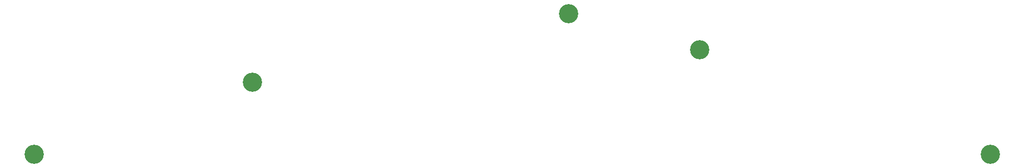
<source format=gbs>
G04 #@! TF.GenerationSoftware,KiCad,Pcbnew,(5.1.7)-1*
G04 #@! TF.CreationDate,2022-11-29T22:14:09+01:00*
G04 #@! TF.ProjectId,LED-Mounting-Tool,4c45442d-4d6f-4756-9e74-696e672d546f,rev?*
G04 #@! TF.SameCoordinates,Original*
G04 #@! TF.FileFunction,Soldermask,Bot*
G04 #@! TF.FilePolarity,Negative*
%FSLAX46Y46*%
G04 Gerber Fmt 4.6, Leading zero omitted, Abs format (unit mm)*
G04 Created by KiCad (PCBNEW (5.1.7)-1) date 2022-11-29 22:14:09*
%MOMM*%
%LPD*%
G01*
G04 APERTURE LIST*
%ADD10C,3.200000*%
G04 APERTURE END LIST*
D10*
X158770000Y-51500000D03*
X84520000Y-57000000D03*
X137020000Y-45500000D03*
X207020000Y-69000000D03*
X48270000Y-69000000D03*
M02*

</source>
